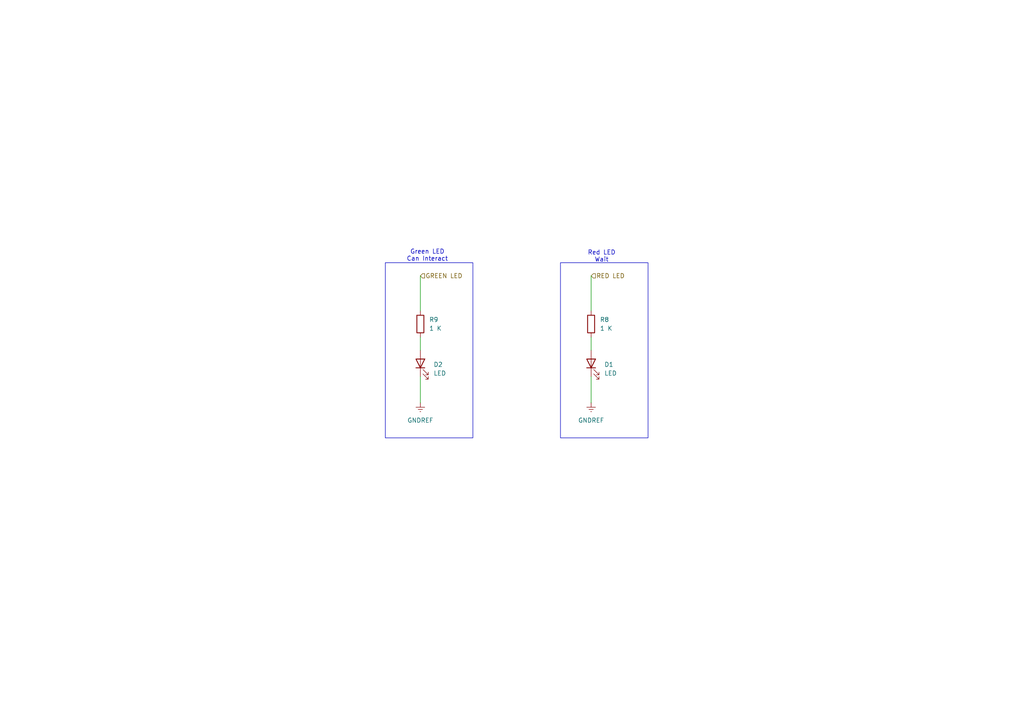
<source format=kicad_sch>
(kicad_sch
	(version 20250114)
	(generator "eeschema")
	(generator_version "9.0")
	(uuid "9fccae3e-5261-4659-a720-658ab31ac0dc")
	(paper "A4")
	(lib_symbols
		(symbol "HMS_SSymbols_Library:GNDREF"
			(power)
			(pin_numbers
				(hide yes)
			)
			(pin_names
				(offset 0)
				(hide yes)
			)
			(exclude_from_sim no)
			(in_bom yes)
			(on_board yes)
			(property "Reference" "#PWR"
				(at 0 -6.35 0)
				(effects
					(font
						(size 1.27 1.27)
					)
					(hide yes)
				)
			)
			(property "Value" "GNDREF"
				(at 0 -3.81 0)
				(effects
					(font
						(size 1.27 1.27)
					)
				)
			)
			(property "Footprint" ""
				(at 0 0 0)
				(effects
					(font
						(size 1.27 1.27)
					)
					(hide yes)
				)
			)
			(property "Datasheet" ""
				(at 0 0 0)
				(effects
					(font
						(size 1.27 1.27)
					)
					(hide yes)
				)
			)
			(property "Description" "Power symbol creates a global label with name \"GNDREF\" , reference supply ground"
				(at 0 0 0)
				(effects
					(font
						(size 1.27 1.27)
					)
					(hide yes)
				)
			)
			(property "ki_keywords" "global power"
				(at 0 0 0)
				(effects
					(font
						(size 1.27 1.27)
					)
					(hide yes)
				)
			)
			(symbol "GNDREF_0_1"
				(polyline
					(pts
						(xy -0.635 -1.905) (xy 0.635 -1.905)
					)
					(stroke
						(width 0)
						(type default)
					)
					(fill
						(type none)
					)
				)
				(polyline
					(pts
						(xy -0.127 -2.54) (xy 0.127 -2.54)
					)
					(stroke
						(width 0)
						(type default)
					)
					(fill
						(type none)
					)
				)
				(polyline
					(pts
						(xy 0 -1.27) (xy 0 0)
					)
					(stroke
						(width 0)
						(type default)
					)
					(fill
						(type none)
					)
				)
				(polyline
					(pts
						(xy 1.27 -1.27) (xy -1.27 -1.27)
					)
					(stroke
						(width 0)
						(type default)
					)
					(fill
						(type none)
					)
				)
			)
			(symbol "GNDREF_1_1"
				(pin power_in line
					(at 0 0 270)
					(length 0)
					(name "~"
						(effects
							(font
								(size 1.27 1.27)
							)
						)
					)
					(number "1"
						(effects
							(font
								(size 1.27 1.27)
							)
						)
					)
				)
			)
			(embedded_fonts no)
		)
		(symbol "HMS_SSymbols_Library:LED"
			(pin_numbers
				(hide yes)
			)
			(pin_names
				(offset 1.016)
				(hide yes)
			)
			(exclude_from_sim no)
			(in_bom yes)
			(on_board yes)
			(property "Reference" "D"
				(at 0 2.54 0)
				(effects
					(font
						(size 1.27 1.27)
					)
				)
			)
			(property "Value" "LED"
				(at 0 -2.54 0)
				(effects
					(font
						(size 1.27 1.27)
					)
				)
			)
			(property "Footprint" ""
				(at 0 0 0)
				(effects
					(font
						(size 1.27 1.27)
					)
					(hide yes)
				)
			)
			(property "Datasheet" "~"
				(at 0 0 0)
				(effects
					(font
						(size 1.27 1.27)
					)
					(hide yes)
				)
			)
			(property "Description" "Light emitting diode"
				(at 0 0 0)
				(effects
					(font
						(size 1.27 1.27)
					)
					(hide yes)
				)
			)
			(property "Sim.Pins" "1=K 2=A"
				(at 0 0 0)
				(effects
					(font
						(size 1.27 1.27)
					)
					(hide yes)
				)
			)
			(property "ki_keywords" "LED diode"
				(at 0 0 0)
				(effects
					(font
						(size 1.27 1.27)
					)
					(hide yes)
				)
			)
			(property "ki_fp_filters" "LED* LED_SMD:* LED_THT:*"
				(at 0 0 0)
				(effects
					(font
						(size 1.27 1.27)
					)
					(hide yes)
				)
			)
			(symbol "LED_0_1"
				(polyline
					(pts
						(xy -3.048 -0.762) (xy -4.572 -2.286) (xy -3.81 -2.286) (xy -4.572 -2.286) (xy -4.572 -1.524)
					)
					(stroke
						(width 0)
						(type default)
					)
					(fill
						(type none)
					)
				)
				(polyline
					(pts
						(xy -1.778 -0.762) (xy -3.302 -2.286) (xy -2.54 -2.286) (xy -3.302 -2.286) (xy -3.302 -1.524)
					)
					(stroke
						(width 0)
						(type default)
					)
					(fill
						(type none)
					)
				)
				(polyline
					(pts
						(xy -1.27 0) (xy 1.27 0)
					)
					(stroke
						(width 0)
						(type default)
					)
					(fill
						(type none)
					)
				)
				(polyline
					(pts
						(xy -1.27 -1.27) (xy -1.27 1.27)
					)
					(stroke
						(width 0.254)
						(type default)
					)
					(fill
						(type none)
					)
				)
				(polyline
					(pts
						(xy 1.27 -1.27) (xy 1.27 1.27) (xy -1.27 0) (xy 1.27 -1.27)
					)
					(stroke
						(width 0.254)
						(type default)
					)
					(fill
						(type none)
					)
				)
			)
			(symbol "LED_1_1"
				(pin passive line
					(at -3.81 0 0)
					(length 2.54)
					(name "K"
						(effects
							(font
								(size 1.27 1.27)
							)
						)
					)
					(number "1"
						(effects
							(font
								(size 1.27 1.27)
							)
						)
					)
				)
				(pin passive line
					(at 3.81 0 180)
					(length 2.54)
					(name "A"
						(effects
							(font
								(size 1.27 1.27)
							)
						)
					)
					(number "2"
						(effects
							(font
								(size 1.27 1.27)
							)
						)
					)
				)
			)
			(embedded_fonts no)
		)
		(symbol "HMS_SSymbols_Library:R"
			(pin_numbers
				(hide yes)
			)
			(pin_names
				(offset 0)
			)
			(exclude_from_sim no)
			(in_bom yes)
			(on_board yes)
			(property "Reference" "R"
				(at 2.032 0 90)
				(effects
					(font
						(size 1.27 1.27)
					)
				)
			)
			(property "Value" "R"
				(at 0 0 90)
				(effects
					(font
						(size 1.27 1.27)
					)
				)
			)
			(property "Footprint" ""
				(at -1.778 0 90)
				(effects
					(font
						(size 1.27 1.27)
					)
					(hide yes)
				)
			)
			(property "Datasheet" "~"
				(at 0 0 0)
				(effects
					(font
						(size 1.27 1.27)
					)
					(hide yes)
				)
			)
			(property "Description" "Resistor"
				(at 0 0 0)
				(effects
					(font
						(size 1.27 1.27)
					)
					(hide yes)
				)
			)
			(property "ki_keywords" "R res resistor"
				(at 0 0 0)
				(effects
					(font
						(size 1.27 1.27)
					)
					(hide yes)
				)
			)
			(property "ki_fp_filters" "R_*"
				(at 0 0 0)
				(effects
					(font
						(size 1.27 1.27)
					)
					(hide yes)
				)
			)
			(symbol "R_0_1"
				(rectangle
					(start -1.016 -2.54)
					(end 1.016 2.54)
					(stroke
						(width 0.254)
						(type default)
					)
					(fill
						(type none)
					)
				)
			)
			(symbol "R_1_1"
				(pin passive line
					(at 0 3.81 270)
					(length 1.27)
					(name "~"
						(effects
							(font
								(size 1.27 1.27)
							)
						)
					)
					(number "1"
						(effects
							(font
								(size 1.27 1.27)
							)
						)
					)
				)
				(pin passive line
					(at 0 -3.81 90)
					(length 1.27)
					(name "~"
						(effects
							(font
								(size 1.27 1.27)
							)
						)
					)
					(number "2"
						(effects
							(font
								(size 1.27 1.27)
							)
						)
					)
				)
			)
			(embedded_fonts no)
		)
	)
	(rectangle
		(start 162.56 76.2)
		(end 187.96 127)
		(stroke
			(width 0)
			(type default)
		)
		(fill
			(type none)
		)
		(uuid 0f3bfd66-1859-42d4-a8e3-f8b15ea085c0)
	)
	(rectangle
		(start 111.76 76.2)
		(end 137.16 127)
		(stroke
			(width 0)
			(type default)
		)
		(fill
			(type none)
		)
		(uuid e3b9643e-fd8d-4be7-8a95-a06ccd98fea2)
	)
	(text "Green LED\nCan Interact"
		(exclude_from_sim no)
		(at 123.952 74.168 0)
		(effects
			(font
				(size 1.27 1.27)
			)
		)
		(uuid "205bb688-d25d-466b-b1ed-f403cb1b0843")
	)
	(text "Red LED\nWait"
		(exclude_from_sim no)
		(at 174.498 74.422 0)
		(effects
			(font
				(size 1.27 1.27)
			)
		)
		(uuid "db53e7d3-c6dd-4829-ab6c-ae73bf19c6a8")
	)
	(wire
		(pts
			(xy 171.45 109.22) (xy 171.45 116.84)
		)
		(stroke
			(width 0)
			(type default)
		)
		(uuid "10d3fa49-b85f-4067-a970-ec2204c96a49")
	)
	(wire
		(pts
			(xy 121.92 101.6) (xy 121.92 97.79)
		)
		(stroke
			(width 0)
			(type default)
		)
		(uuid "78f56020-4544-4ee9-b6c3-2118a3204846")
	)
	(wire
		(pts
			(xy 121.92 109.22) (xy 121.92 116.84)
		)
		(stroke
			(width 0)
			(type default)
		)
		(uuid "98ba4ffd-b8a8-4a8d-9adb-a4d1e01d9644")
	)
	(wire
		(pts
			(xy 121.92 80.01) (xy 121.92 90.17)
		)
		(stroke
			(width 0)
			(type default)
		)
		(uuid "c497852f-539d-407a-a10a-73af944170c3")
	)
	(wire
		(pts
			(xy 171.45 101.6) (xy 171.45 97.79)
		)
		(stroke
			(width 0)
			(type default)
		)
		(uuid "c636ab2a-a73f-4029-a184-1a5f6fb71ee0")
	)
	(wire
		(pts
			(xy 171.45 80.01) (xy 171.45 90.17)
		)
		(stroke
			(width 0)
			(type default)
		)
		(uuid "e04ebe9f-3094-4e2b-a77a-fbfe6e94e2dc")
	)
	(hierarchical_label "GREEN LED"
		(shape input)
		(at 121.92 80.01 0)
		(effects
			(font
				(size 1.27 1.27)
			)
			(justify left)
		)
		(uuid "e5f8acec-f09a-4b16-a339-1d492659ca0b")
	)
	(hierarchical_label "RED LED"
		(shape input)
		(at 171.45 80.01 0)
		(effects
			(font
				(size 1.27 1.27)
			)
			(justify left)
		)
		(uuid "fbc7513b-43eb-45e0-9d8c-728d57b6af82")
	)
	(symbol
		(lib_id "HMS_SSymbols_Library:GNDREF")
		(at 171.45 116.84 0)
		(unit 1)
		(exclude_from_sim no)
		(in_bom yes)
		(on_board yes)
		(dnp no)
		(fields_autoplaced yes)
		(uuid "2c0ad4fa-5ad4-4747-b9c6-6ec19b38a2f6")
		(property "Reference" "#PWR17"
			(at 171.45 123.19 0)
			(effects
				(font
					(size 1.27 1.27)
				)
				(hide yes)
			)
		)
		(property "Value" "GNDREF"
			(at 171.45 121.92 0)
			(effects
				(font
					(size 1.27 1.27)
				)
			)
		)
		(property "Footprint" ""
			(at 171.45 116.84 0)
			(effects
				(font
					(size 1.27 1.27)
				)
				(hide yes)
			)
		)
		(property "Datasheet" ""
			(at 171.45 116.84 0)
			(effects
				(font
					(size 1.27 1.27)
				)
				(hide yes)
			)
		)
		(property "Description" "Power symbol creates a global label with name \"GNDREF\" , reference supply ground"
			(at 171.45 116.84 0)
			(effects
				(font
					(size 1.27 1.27)
				)
				(hide yes)
			)
		)
		(pin "1"
			(uuid "8fa2dd9a-8197-4a57-914c-245733a4ebca")
		)
		(instances
			(project "HMS"
				(path "/f58d4a15-dad3-4b2d-a625-0883ffa8695e/c1d74b3e-a2d7-4db9-9e2e-28179944814d"
					(reference "#PWR17")
					(unit 1)
				)
			)
		)
	)
	(symbol
		(lib_id "HMS_SSymbols_Library:LED")
		(at 171.45 105.41 90)
		(unit 1)
		(exclude_from_sim no)
		(in_bom yes)
		(on_board yes)
		(dnp no)
		(fields_autoplaced yes)
		(uuid "2e2e6129-593a-487c-ad5f-aedb2cf9f626")
		(property "Reference" "D1"
			(at 175.26 105.7274 90)
			(effects
				(font
					(size 1.27 1.27)
				)
				(justify right)
			)
		)
		(property "Value" "LED"
			(at 175.26 108.2674 90)
			(effects
				(font
					(size 1.27 1.27)
				)
				(justify right)
			)
		)
		(property "Footprint" ""
			(at 171.45 105.41 0)
			(effects
				(font
					(size 1.27 1.27)
				)
				(hide yes)
			)
		)
		(property "Datasheet" "~"
			(at 171.45 105.41 0)
			(effects
				(font
					(size 1.27 1.27)
				)
				(hide yes)
			)
		)
		(property "Description" "Light emitting diode"
			(at 171.45 105.41 0)
			(effects
				(font
					(size 1.27 1.27)
				)
				(hide yes)
			)
		)
		(property "Sim.Pins" "1=K 2=A"
			(at 171.45 105.41 0)
			(effects
				(font
					(size 1.27 1.27)
				)
				(hide yes)
			)
		)
		(pin "1"
			(uuid "3317c0e4-f1a2-4263-b995-c2759b204605")
		)
		(pin "2"
			(uuid "47aee09c-9ba0-43e6-8a06-6bf42f851bba")
		)
		(instances
			(project "HMS"
				(path "/f58d4a15-dad3-4b2d-a625-0883ffa8695e/c1d74b3e-a2d7-4db9-9e2e-28179944814d"
					(reference "D1")
					(unit 1)
				)
			)
		)
	)
	(symbol
		(lib_id "HMS_SSymbols_Library:LED")
		(at 121.92 105.41 90)
		(unit 1)
		(exclude_from_sim no)
		(in_bom yes)
		(on_board yes)
		(dnp no)
		(fields_autoplaced yes)
		(uuid "31a1a177-52b8-450d-829c-a1ef2cd17441")
		(property "Reference" "D2"
			(at 125.73 105.7274 90)
			(effects
				(font
					(size 1.27 1.27)
				)
				(justify right)
			)
		)
		(property "Value" "LED"
			(at 125.73 108.2674 90)
			(effects
				(font
					(size 1.27 1.27)
				)
				(justify right)
			)
		)
		(property "Footprint" ""
			(at 121.92 105.41 0)
			(effects
				(font
					(size 1.27 1.27)
				)
				(hide yes)
			)
		)
		(property "Datasheet" "~"
			(at 121.92 105.41 0)
			(effects
				(font
					(size 1.27 1.27)
				)
				(hide yes)
			)
		)
		(property "Description" "Light emitting diode"
			(at 121.92 105.41 0)
			(effects
				(font
					(size 1.27 1.27)
				)
				(hide yes)
			)
		)
		(property "Sim.Pins" "1=K 2=A"
			(at 121.92 105.41 0)
			(effects
				(font
					(size 1.27 1.27)
				)
				(hide yes)
			)
		)
		(pin "1"
			(uuid "7085b08e-3b08-4fa2-a1e2-22d714a3358d")
		)
		(pin "2"
			(uuid "cafedd1e-b2d4-4f72-b476-f60f61880f2d")
		)
		(instances
			(project "HMS"
				(path "/f58d4a15-dad3-4b2d-a625-0883ffa8695e/c1d74b3e-a2d7-4db9-9e2e-28179944814d"
					(reference "D2")
					(unit 1)
				)
			)
		)
	)
	(symbol
		(lib_id "HMS_SSymbols_Library:R")
		(at 121.92 93.98 0)
		(unit 1)
		(exclude_from_sim no)
		(in_bom yes)
		(on_board yes)
		(dnp no)
		(fields_autoplaced yes)
		(uuid "64a2ae25-c899-4ef0-97bc-7ccf870a076b")
		(property "Reference" "R9"
			(at 124.46 92.7099 0)
			(effects
				(font
					(size 1.27 1.27)
				)
				(justify left)
			)
		)
		(property "Value" "1 K"
			(at 124.46 95.2499 0)
			(effects
				(font
					(size 1.27 1.27)
				)
				(justify left)
			)
		)
		(property "Footprint" ""
			(at 120.142 93.98 90)
			(effects
				(font
					(size 1.27 1.27)
				)
				(hide yes)
			)
		)
		(property "Datasheet" "~"
			(at 121.92 93.98 0)
			(effects
				(font
					(size 1.27 1.27)
				)
				(hide yes)
			)
		)
		(property "Description" "Resistor"
			(at 121.92 93.98 0)
			(effects
				(font
					(size 1.27 1.27)
				)
				(hide yes)
			)
		)
		(pin "2"
			(uuid "e396f866-a32c-44f9-81b3-ef40044e0570")
		)
		(pin "1"
			(uuid "37c66265-4a27-41bf-8d1d-b40a4a80fc67")
		)
		(instances
			(project "HMS"
				(path "/f58d4a15-dad3-4b2d-a625-0883ffa8695e/c1d74b3e-a2d7-4db9-9e2e-28179944814d"
					(reference "R9")
					(unit 1)
				)
			)
		)
	)
	(symbol
		(lib_id "HMS_SSymbols_Library:R")
		(at 171.45 93.98 0)
		(unit 1)
		(exclude_from_sim no)
		(in_bom yes)
		(on_board yes)
		(dnp no)
		(fields_autoplaced yes)
		(uuid "ab7a8986-55c1-413a-ba81-1b2c4b2d01b8")
		(property "Reference" "R8"
			(at 173.99 92.7099 0)
			(effects
				(font
					(size 1.27 1.27)
				)
				(justify left)
			)
		)
		(property "Value" "1 K"
			(at 173.99 95.2499 0)
			(effects
				(font
					(size 1.27 1.27)
				)
				(justify left)
			)
		)
		(property "Footprint" ""
			(at 169.672 93.98 90)
			(effects
				(font
					(size 1.27 1.27)
				)
				(hide yes)
			)
		)
		(property "Datasheet" "~"
			(at 171.45 93.98 0)
			(effects
				(font
					(size 1.27 1.27)
				)
				(hide yes)
			)
		)
		(property "Description" "Resistor"
			(at 171.45 93.98 0)
			(effects
				(font
					(size 1.27 1.27)
				)
				(hide yes)
			)
		)
		(pin "2"
			(uuid "b33d6256-035e-4a2a-b579-c0c8209820e8")
		)
		(pin "1"
			(uuid "af03ef0c-52a7-4d5e-8dc6-17101806170c")
		)
		(instances
			(project "HMS"
				(path "/f58d4a15-dad3-4b2d-a625-0883ffa8695e/c1d74b3e-a2d7-4db9-9e2e-28179944814d"
					(reference "R8")
					(unit 1)
				)
			)
		)
	)
	(symbol
		(lib_id "HMS_SSymbols_Library:GNDREF")
		(at 121.92 116.84 0)
		(unit 1)
		(exclude_from_sim no)
		(in_bom yes)
		(on_board yes)
		(dnp no)
		(fields_autoplaced yes)
		(uuid "dc3083e1-7997-49a8-ac30-413c7c8abf33")
		(property "Reference" "#PWR18"
			(at 121.92 123.19 0)
			(effects
				(font
					(size 1.27 1.27)
				)
				(hide yes)
			)
		)
		(property "Value" "GNDREF"
			(at 121.92 121.92 0)
			(effects
				(font
					(size 1.27 1.27)
				)
			)
		)
		(property "Footprint" ""
			(at 121.92 116.84 0)
			(effects
				(font
					(size 1.27 1.27)
				)
				(hide yes)
			)
		)
		(property "Datasheet" ""
			(at 121.92 116.84 0)
			(effects
				(font
					(size 1.27 1.27)
				)
				(hide yes)
			)
		)
		(property "Description" "Power symbol creates a global label with name \"GNDREF\" , reference supply ground"
			(at 121.92 116.84 0)
			(effects
				(font
					(size 1.27 1.27)
				)
				(hide yes)
			)
		)
		(pin "1"
			(uuid "17baa2d9-297c-4fec-8712-1df97a75b9d8")
		)
		(instances
			(project "HMS"
				(path "/f58d4a15-dad3-4b2d-a625-0883ffa8695e/c1d74b3e-a2d7-4db9-9e2e-28179944814d"
					(reference "#PWR18")
					(unit 1)
				)
			)
		)
	)
)

</source>
